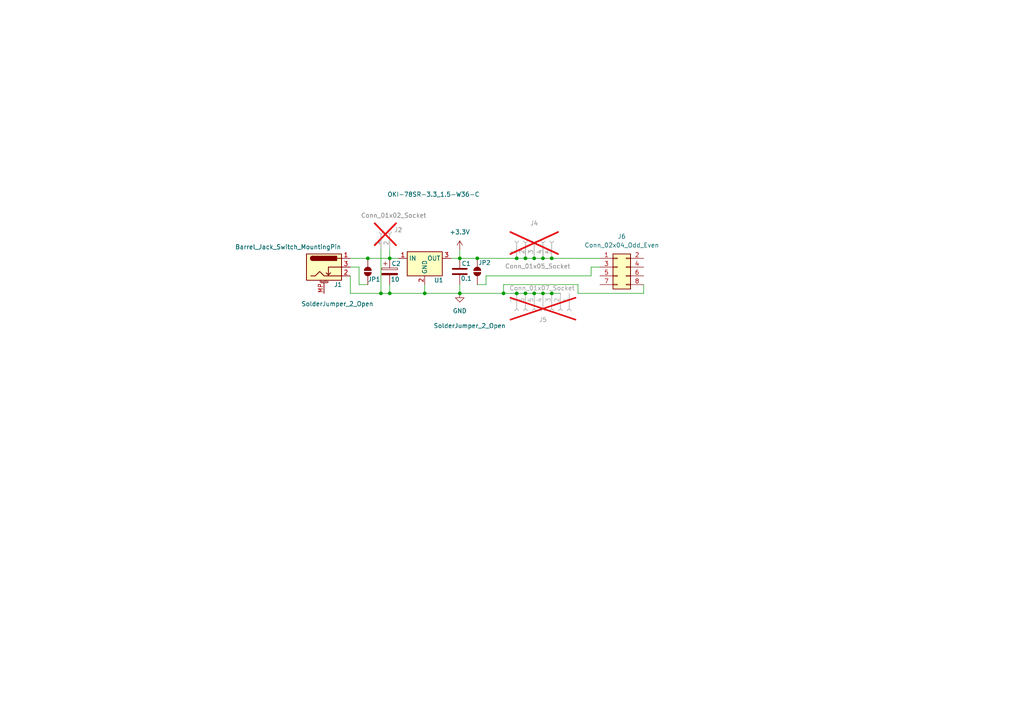
<source format=kicad_sch>
(kicad_sch (version 20231120) (generator "eeschema") (generator_version "8.0")
  (paper "A4")
  (lib_symbols
    (symbol "Connector:Barrel_Jack_Switch_MountingPin" (pin_names hide)
      (property "Reference" "J" (at 0 5.334 0))
      (property "Value" "Barrel_Jack_Switch_MountingPin" (at 1.27 -6.35 0))
      (symbol "Barrel_Jack_Switch_MountingPin_0_1"
        (rectangle (start -5.08 3.81) (end 5.08 -3.81) (stroke (width 0.254)) (fill (type background)))
        (arc (start -3.302 3.175) (mid -3.9343 2.54) (end -3.302 1.905) (stroke (width 0.254)))
        (arc (start -3.302 3.175) (mid -3.9343 2.54) (end -3.302 1.905) (stroke (width 0.254)) (fill (type outline)))
        (polyline (pts (xy 1.27 -2.286) (xy 1.905 -1.651)) (stroke (width 0.254)))
        (polyline (pts (xy 5.08 2.54) (xy 3.81 2.54)) (stroke (width 0.254)))
        (polyline (pts (xy 5.08 0) (xy 1.27 0) (xy 1.27 -2.286) (xy 0.635 -1.651)) (stroke (width 0.254)))
        (polyline (pts (xy -3.81 -2.54) (xy -2.54 -2.54) (xy -1.27 -1.27) (xy 0 -2.54) (xy 2.54 -2.54) (xy 5.08 -2.54)) (stroke (width 0.254)))
        (rectangle (start 3.683 3.175) (end -3.302 1.905) (stroke (width 0.254)) (fill (type outline)))
      )
      (symbol "Barrel_Jack_Switch_MountingPin_1_1"
        (polyline (pts (xy -1.016 -4.572) (xy 1.016 -4.572)) (stroke (width 0.1524)))
        (text "Mounting" (at 0 -4.191 0) (effects (font (size 0.381 0.381))))
        (pin passive line (at 7.62 2.54 180) (length 2.54) (name "~") (number "1"))
        (pin passive line (at 7.62 -2.54 180) (length 2.54) (name "~") (number "2"))
        (pin passive line (at 7.62 0 180) (length 2.54) (name "~") (number "3"))
        (pin passive line (at 0 -7.62 90) (length 3.048) (name "MountPin") (number "MP"))
      )
    )
    (symbol "Connector:Conn_01x02_Socket" (pin_names (offset 1.016) hide)
      (property "Reference" "J" (at 0 2.54 0))
      (property "Value" "Conn_01x02_Socket" (at 0 -5.08 0))
      (symbol "Conn_01x02_Socket_1_1"
        (arc (start 0 -2.032) (mid -0.5058 -2.54) (end 0 -3.048) (stroke (width 0.1524)))
        (polyline (pts (xy -1.27 -2.54) (xy -0.508 -2.54)) (stroke (width 0.1524)))
        (polyline (pts (xy -1.27 0) (xy -0.508 0)) (stroke (width 0.1524)))
        (arc (start 0 0.508) (mid -0.5058 0) (end 0 -0.508) (stroke (width 0.1524)))
        (pin passive line (at -5.08 0 0) (length 3.81) (name "Pin_1") (number "1"))
        (pin passive line (at -5.08 -2.54 0) (length 3.81) (name "Pin_2") (number "2"))
      )
    )
    (symbol "Connector:Conn_01x05_Socket" (pin_names (offset 1.016) hide)
      (property "Reference" "J" (at 0 7.62 0))
      (property "Value" "Conn_01x05_Socket" (at 0 -7.62 0))
      (symbol "Conn_01x05_Socket_1_1"
        (arc (start 0 -4.572) (mid -0.5058 -5.08) (end 0 -5.588) (stroke (width 0.1524)))
        (arc (start 0 -2.032) (mid -0.5058 -2.54) (end 0 -3.048) (stroke (width 0.1524)))
        (polyline (pts (xy -1.27 -5.08) (xy -0.508 -5.08)) (stroke (width 0.1524)))
        (polyline (pts (xy -1.27 -2.54) (xy -0.508 -2.54)) (stroke (width 0.1524)))
        (polyline (pts (xy -1.27 0) (xy -0.508 0)) (stroke (width 0.1524)))
        (polyline (pts (xy -1.27 2.54) (xy -0.508 2.54)) (stroke (width 0.1524)))
        (polyline (pts (xy -1.27 5.08) (xy -0.508 5.08)) (stroke (width 0.1524)))
        (arc (start 0 0.508) (mid -0.5058 0) (end 0 -0.508) (stroke (width 0.1524)))
        (arc (start 0 3.048) (mid -0.5058 2.54) (end 0 2.032) (stroke (width 0.1524)))
        (arc (start 0 5.588) (mid -0.5058 5.08) (end 0 4.572) (stroke (width 0.1524)))
        (pin passive line (at -5.08 5.08 0) (length 3.81) (name "Pin_1") (number "1"))
        (pin passive line (at -5.08 2.54 0) (length 3.81) (name "Pin_2") (number "2"))
        (pin passive line (at -5.08 0 0) (length 3.81) (name "Pin_3") (number "3"))
        (pin passive line (at -5.08 -2.54 0) (length 3.81) (name "Pin_4") (number "4"))
        (pin passive line (at -5.08 -5.08 0) (length 3.81) (name "Pin_5") (number "5"))
      )
    )
    (symbol "Connector:Conn_01x07_Socket" (pin_names (offset 1.016) hide)
      (property "Reference" "J" (at 0 10.16 0))
      (property "Value" "Conn_01x07_Socket" (at 0 -10.16 0))
      (symbol "Conn_01x07_Socket_1_1"
        (arc (start 0 -7.112) (mid -0.5058 -7.62) (end 0 -8.128) (stroke (width 0.1524)))
        (arc (start 0 -4.572) (mid -0.5058 -5.08) (end 0 -5.588) (stroke (width 0.1524)))
        (arc (start 0 -2.032) (mid -0.5058 -2.54) (end 0 -3.048) (stroke (width 0.1524)))
        (polyline (pts (xy -1.27 -7.62) (xy -0.508 -7.62)) (stroke (width 0.1524)))
        (polyline (pts (xy -1.27 -5.08) (xy -0.508 -5.08)) (stroke (width 0.1524)))
        (polyline (pts (xy -1.27 -2.54) (xy -0.508 -2.54)) (stroke (width 0.1524)))
        (polyline (pts (xy -1.27 0) (xy -0.508 0)) (stroke (width 0.1524)))
        (polyline (pts (xy -1.27 2.54) (xy -0.508 2.54)) (stroke (width 0.1524)))
        (polyline (pts (xy -1.27 5.08) (xy -0.508 5.08)) (stroke (width 0.1524)))
        (polyline (pts (xy -1.27 7.62) (xy -0.508 7.62)) (stroke (width 0.1524)))
        (arc (start 0 0.508) (mid -0.5058 0) (end 0 -0.508) (stroke (width 0.1524)))
        (arc (start 0 3.048) (mid -0.5058 2.54) (end 0 2.032) (stroke (width 0.1524)))
        (arc (start 0 5.588) (mid -0.5058 5.08) (end 0 4.572) (stroke (width 0.1524)))
        (arc (start 0 8.128) (mid -0.5058 7.62) (end 0 7.112) (stroke (width 0.1524)))
        (pin passive line (at -5.08 7.62 0) (length 3.81) (name "Pin_1") (number "1"))
        (pin passive line (at -5.08 5.08 0) (length 3.81) (name "Pin_2") (number "2"))
        (pin passive line (at -5.08 2.54 0) (length 3.81) (name "Pin_3") (number "3"))
        (pin passive line (at -5.08 0 0) (length 3.81) (name "Pin_4") (number "4"))
        (pin passive line (at -5.08 -2.54 0) (length 3.81) (name "Pin_5") (number "5"))
        (pin passive line (at -5.08 -5.08 0) (length 3.81) (name "Pin_6") (number "6"))
        (pin passive line (at -5.08 -7.62 0) (length 3.81) (name "Pin_7") (number "7"))
      )
    )
    (symbol "Connector_Generic:Conn_02x04_Odd_Even" (pin_names (offset 1.016) hide)
      (property "Reference" "J" (at 1.27 5.08 0))
      (property "Value" "Conn_02x04_Odd_Even" (at 1.27 -7.62 0))
      (symbol "Conn_02x04_Odd_Even_1_1"
        (rectangle (start -1.27 -4.953) (end 0 -5.207) (stroke (width 0.1524)))
        (rectangle (start -1.27 -2.413) (end 0 -2.667) (stroke (width 0.1524)))
        (rectangle (start -1.27 0.127) (end 0 -0.127) (stroke (width 0.1524)))
        (rectangle (start -1.27 2.667) (end 0 2.413) (stroke (width 0.1524)))
        (rectangle (start -1.27 3.81) (end 3.81 -6.35) (stroke (width 0.254)) (fill (type background)))
        (rectangle (start 3.81 -4.953) (end 2.54 -5.207) (stroke (width 0.1524)))
        (rectangle (start 3.81 -2.413) (end 2.54 -2.667) (stroke (width 0.1524)))
        (rectangle (start 3.81 0.127) (end 2.54 -0.127) (stroke (width 0.1524)))
        (rectangle (start 3.81 2.667) (end 2.54 2.413) (stroke (width 0.1524)))
        (pin passive line (at -5.08 2.54 0) (length 3.81) (name "Pin_1") (number "1"))
        (pin passive line (at 7.62 2.54 180) (length 3.81) (name "Pin_2") (number "2"))
        (pin passive line (at -5.08 0 0) (length 3.81) (name "Pin_3") (number "3"))
        (pin passive line (at 7.62 0 180) (length 3.81) (name "Pin_4") (number "4"))
        (pin passive line (at -5.08 -2.54 0) (length 3.81) (name "Pin_5") (number "5"))
        (pin passive line (at 7.62 -2.54 180) (length 3.81) (name "Pin_6") (number "6"))
        (pin passive line (at -5.08 -5.08 0) (length 3.81) (name "Pin_7") (number "7"))
        (pin passive line (at 7.62 -5.08 180) (length 3.81) (name "Pin_8") (number "8"))
      )
    )
    (symbol "Converter_DCDC:OKI-78SR-3.3_1.5-W36-C"
      (property "Reference" "U" (at -3.81 3.175 0))
      (property "Value" "OKI-78SR-3.3_1.5-W36-C" (at 0 3.175 0))
      (symbol "OKI-78SR-3.3_1.5-W36-C_0_1"
        (rectangle (start -5.08 1.905) (end 5.08 -5.08) (stroke (width 0.254)) (fill (type background)))
      )
      (symbol "OKI-78SR-3.3_1.5-W36-C_1_1"
        (pin power_in line (at -7.62 0 0) (length 2.54) (name "IN") (number "1"))
        (pin power_in line (at 0 -7.62 90) (length 2.54) (name "GND") (number "2"))
        (pin power_out line (at 7.62 0 180) (length 2.54) (name "OUT") (number "3"))
      )
    )
    (symbol "Device:C" (pin_numbers hide) (pin_names (offset 0.254))
      (property "Reference" "C" (at 0.635 2.54 0))
      (property "Value" "C" (at 0.635 -2.54 0))
      (symbol "C_0_1"
        (polyline (pts (xy -2.032 -0.762) (xy 2.032 -0.762)) (stroke (width 0.508)))
        (polyline (pts (xy -2.032 0.762) (xy 2.032 0.762)) (stroke (width 0.508)))
      )
      (symbol "C_1_1"
        (pin passive line (at 0 3.81 270) (length 2.794) (name "~") (number "1"))
        (pin passive line (at 0 -3.81 90) (length 2.794) (name "~") (number "2"))
      )
    )
    (symbol "Device:C_Polarized" (pin_numbers hide) (pin_names (offset 0.254))
      (property "Reference" "C" (at 0.635 2.54 0))
      (property "Value" "C_Polarized" (at 0.635 -2.54 0))
      (symbol "C_Polarized_0_1"
        (rectangle (start -2.286 0.508) (end 2.286 1.016))
        (polyline (pts (xy -1.778 2.286) (xy -0.762 2.286)))
        (polyline (pts (xy -1.27 2.794) (xy -1.27 1.778)))
        (rectangle (start 2.286 -0.508) (end -2.286 -1.016) (fill (type outline)))
      )
      (symbol "C_Polarized_1_1"
        (pin passive line (at 0 3.81 270) (length 2.794) (name "~") (number "1"))
        (pin passive line (at 0 -3.81 90) (length 2.794) (name "~") (number "2"))
      )
    )
    (symbol "Jumper:SolderJumper_2_Open" (pin_numbers hide) (pin_names (offset 0) hide) (exclude_from_sim yes) (in_bom no)
      (property "Reference" "JP" (at 0 2.032 0))
      (property "Value" "SolderJumper_2_Open" (at 0 -2.54 0))
      (symbol "SolderJumper_2_Open_0_1"
        (arc (start -0.254 1.016) (mid -1.2656 0) (end -0.254 -1.016))
        (arc (start -0.254 1.016) (mid -1.2656 0) (end -0.254 -1.016) (fill (type outline)))
        (polyline (pts (xy -0.254 1.016) (xy -0.254 -1.016)))
        (polyline (pts (xy 0.254 1.016) (xy 0.254 -1.016)))
        (arc (start 0.254 -1.016) (mid 1.2656 0) (end 0.254 1.016))
        (arc (start 0.254 -1.016) (mid 1.2656 0) (end 0.254 1.016) (fill (type outline)))
      )
      (symbol "SolderJumper_2_Open_1_1"
        (pin passive line (at -3.81 0 0) (length 2.54) (name "A") (number "1"))
        (pin passive line (at 3.81 0 180) (length 2.54) (name "B") (number "2"))
      )
    )
    (symbol "power:+3.3V" (power) (pin_numbers hide) (pin_names (offset 0) hide)
      (property "Value" "+3.3V" (at 0 3.556 0))
      (symbol "+3.3V_0_1"
        (polyline (pts (xy -0.762 1.27) (xy 0 2.54)))
        (polyline (pts (xy 0 0) (xy 0 2.54)))
        (polyline (pts (xy 0 2.54) (xy 0.762 1.27)))
      )
      (symbol "+3.3V_1_1"
        (pin power_in line (at 0 0 90) (length 0) (name "~") (number "1"))
      )
    )
    (symbol "power:GND" (power) (pin_numbers hide) (pin_names (offset 0) hide)
      (property "Value" "GND" (at 0 -3.81 0))
      (symbol "GND_0_1"
        (polyline (pts (xy 0 0) (xy 0 -1.27) (xy 1.27 -1.27) (xy 0 -2.54) (xy -1.27 -1.27) (xy 0 -1.27)))
      )
      (symbol "GND_1_1"
        (pin power_in line (at 0 0 270) (length 0) (name "~") (number "1"))
      )
    )
  )
  (junction (at 154.94 85.09))
  (junction (at 160.02 85.09))
  (junction (at 154.94 74.93))
  (junction (at 152.4 85.09))
  (junction (at 152.4 74.93))
  (junction (at 113.03 85.09))
  (junction (at 149.86 85.09))
  (junction (at 133.35 85.09))
  (junction (at 146.05 85.09))
  (junction (at 133.35 74.93))
  (junction (at 123.19 85.09))
  (junction (at 149.86 74.93))
  (junction (at 106.68 74.93))
  (junction (at 160.02 74.93))
  (junction (at 157.48 74.93))
  (junction (at 157.48 85.09))
  (junction (at 113.03 74.93))
  (junction (at 138.43 74.93))
  (junction (at 110.49 85.09))
  (wire (pts (xy 101.6 74.93) (xy 106.68 74.93)))
  (wire (pts (xy 123.19 85.09) (xy 123.19 82.55)))
  (wire (pts (xy 138.43 74.93) (xy 149.86 74.93)))
  (wire (pts (xy 186.69 82.55) (xy 186.69 85.09)))
  (wire (pts (xy 160.02 74.93) (xy 173.99 74.93)))
  (wire (pts (xy 133.35 74.93) (xy 138.43 74.93)))
  (wire (pts (xy 154.94 74.93) (xy 157.48 74.93)))
  (wire (pts (xy 113.03 72.39) (xy 113.03 74.93)))
  (wire (pts (xy 123.19 85.09) (xy 133.35 85.09)))
  (wire (pts (xy 160.02 85.09) (xy 162.56 85.09)))
  (wire (pts (xy 154.94 85.09) (xy 157.48 85.09)))
  (wire (pts (xy 104.14 82.55) (xy 106.68 82.55)))
  (wire (pts (xy 173.99 77.47) (xy 171.45 77.47)))
  (wire (pts (xy 101.6 80.01) (xy 101.6 85.09)))
  (wire (pts (xy 113.03 85.09) (xy 113.03 82.55)))
  (wire (pts (xy 157.48 85.09) (xy 160.02 85.09)))
  (wire (pts (xy 138.43 82.55) (xy 140.97 82.55)))
  (wire (pts (xy 186.69 85.09) (xy 167.64 85.09)))
  (wire (pts (xy 133.35 72.39) (xy 133.35 74.93)))
  (wire (pts (xy 171.45 77.47) (xy 171.45 80.01)))
  (wire (pts (xy 106.68 74.93) (xy 113.03 74.93)))
  (wire (pts (xy 101.6 85.09) (xy 110.49 85.09)))
  (wire (pts (xy 146.05 82.55) (xy 146.05 85.09)))
  (wire (pts (xy 149.86 74.93) (xy 152.4 74.93)))
  (wire (pts (xy 113.03 74.93) (xy 115.57 74.93)))
  (wire (pts (xy 140.97 82.55) (xy 140.97 80.01)))
  (wire (pts (xy 104.14 82.55) (xy 104.14 77.47)))
  (wire (pts (xy 133.35 85.09) (xy 146.05 85.09)))
  (wire (pts (xy 157.48 74.93) (xy 160.02 74.93)))
  (wire (pts (xy 140.97 80.01) (xy 171.45 80.01)))
  (wire (pts (xy 104.14 77.47) (xy 101.6 77.47)))
  (wire (pts (xy 130.81 74.93) (xy 133.35 74.93)))
  (wire (pts (xy 133.35 82.55) (xy 133.35 85.09)))
  (wire (pts (xy 167.64 85.09) (xy 167.64 82.55)))
  (wire (pts (xy 113.03 85.09) (xy 123.19 85.09)))
  (wire (pts (xy 149.86 85.09) (xy 152.4 85.09)))
  (wire (pts (xy 152.4 74.93) (xy 154.94 74.93)))
  (wire (pts (xy 110.49 85.09) (xy 113.03 85.09)))
  (wire (pts (xy 110.49 72.39) (xy 110.49 85.09)))
  (wire (pts (xy 146.05 82.55) (xy 167.64 82.55)))
  (wire (pts (xy 146.05 85.09) (xy 149.86 85.09)))
  (wire (pts (xy 152.4 85.09) (xy 154.94 85.09)))
  (symbol (lib_id "Jumper:SolderJumper_2_Open") (at 106.68 78.74 90) (unit 1) (exclude_from_sim yes) (in_bom no)
    (property "Reference" "JP1" (at 106.68 81.026 90) (effects (justify right)))
    (property "Value" "SolderJumper_2_Open" (at 87.376 88.138 90) (effects (justify right)))
    (property "Footprint" "Jumper:SolderJumper-2_P1.3mm_Open_Pad1.0x1.5mm" (effects (hide yes)))
    (property "Description" "Solder Jumper, 2-pole, open" (effects (hide yes)))
  )
  (symbol (lib_id "power:GND") (at 133.35 85.09 0) (unit 1)
    (property "Reference" "#PWR01" (effects (hide yes)))
    (property "Value" "GND" (at 133.35 90.17 0))
    (property "Description" "Power symbol creates a global label with name \"GND\" , ground" (effects (hide yes)))
  )
  (symbol (lib_id "Connector:Conn_01x05_Socket") (at 154.94 69.85 90) (unit 1) (dnp yes)
    (property "Reference" "J4" (at 154.94 64.77 90))
    (property "Value" "Conn_01x05_Socket" (at 155.956 77.216 90))
    (property "Footprint" "Connector_PinSocket_2.54mm:PinSocket_1x05_P2.54mm_Vertical" (effects (hide yes)))
    (property "Description" "Generic connector, single row, 01x05, script generated" (effects (hide yes)))
  )
  (symbol (lib_id "Connector:Conn_01x02_Socket") (at 110.49 67.31 90) (unit 1) (dnp yes)
    (property "Reference" "J2" (at 114.3 66.6749 90) (effects (justify right)))
    (property "Value" "Conn_01x02_Socket" (at 104.648 62.484 90) (effects (justify right)))
    (property "Footprint" "Connector_PinSocket_2.54mm:PinSocket_1x02_P2.54mm_Vertical" (effects (hide yes)))
    (property "Description" "Generic connector, single row, 01x02, script generated" (effects (hide yes)))
  )
  (symbol (lib_id "Connector:Conn_01x07_Socket") (at 157.48 90.17 270) (unit 1) (dnp yes)
    (property "Reference" "J5" (at 157.48 92.71 90))
    (property "Value" "Conn_01x07_Socket" (at 157.226 83.566 90))
    (property "Footprint" "Connector_PinSocket_2.54mm:PinSocket_1x07_P2.54mm_Vertical" (effects (hide yes)))
    (property "Description" "Generic connector, single row, 01x07, script generated" (effects (hide yes)))
  )
  (symbol (lib_id "Jumper:SolderJumper_2_Open") (at 138.43 78.74 90) (unit 1) (exclude_from_sim yes) (in_bom no)
    (property "Reference" "JP2" (at 138.684 76.2 90) (effects (justify right)))
    (property "Value" "SolderJumper_2_Open" (at 125.73 94.488 90) (effects (justify right)))
    (property "Footprint" "Jumper:SolderJumper-2_P1.3mm_Open_Pad1.0x1.5mm" (effects (hide yes)))
    (property "Description" "Solder Jumper, 2-pole, open" (effects (hide yes)))
  )
  (symbol (lib_id "Device:C") (at 133.35 78.74 0) (unit 1)
    (property "Reference" "C1" (at 133.858 76.454 0) (effects (justify left)))
    (property "Value" "0.1" (at 133.604 80.772 0) (effects (justify left)))
    (property "Footprint" "Capacitor_THT:C_Disc_D4.7mm_W2.5mm_P5.00mm" (effects (hide yes)))
    (property "Description" "Unpolarized capacitor" (effects (hide yes)))
  )
  (symbol (lib_id "Converter_DCDC:OKI-78SR-3.3_1.5-W36-C") (at 123.19 74.93 0) (unit 1)
    (property "Reference" "U1" (at 127.254 81.28 0))
    (property "Value" "OKI-78SR-3.3_1.5-W36-C" (at 125.73 56.388 0))
    (property "Footprint" "Converter_DCDC:Converter_DCDC_Murata_OKI-78SR_Vertical" (effects (hide yes)))
    (property "Datasheet" "https://power.murata.com/data/power/oki-78sr.pdf" (effects (hide yes)))
    (property "Description" "1.5A Step-Down DC/DC-Regulator, 7-36V input, 3.3V fixed Output Voltage, LM78xx replacement, -40°C to +85°C, OKI-78SR_Vertical" (effects (hide yes)))
  )
  (symbol (lib_id "power:+3.3V") (at 133.35 72.39 0) (unit 1)
    (property "Reference" "#PWR02" (effects (hide yes)))
    (property "Value" "+3.3V" (at 133.35 67.31 0))
    (property "Description" "Power symbol creates a global label with name \"+3.3V\"" (effects (hide yes)))
  )
  (symbol (lib_id "Connector_Generic:Conn_02x04_Odd_Even") (at 179.07 77.47 0) (unit 1)
    (property "Reference" "J6" (at 180.34 68.58 0))
    (property "Value" "Conn_02x04_Odd_Even" (at 180.34 71.12 0))
    (property "Footprint" "Connector_IDC:IDC-Header_2x04_P2.54mm_Vertical" (effects (hide yes)))
    (property "Description" "Generic connector, double row, 02x04, odd/even pin numbering scheme (row 1 odd numbers, row 2 even numbers), script generated (kicad-library-utils/schlib/autogen/connector/)" (effects (hide yes)))
  )
  (symbol (lib_id "Connector:Barrel_Jack_Switch_MountingPin") (at 93.98 77.47 0) (unit 1)
    (property "Reference" "J1" (at 98.044 82.55 0))
    (property "Value" "Barrel_Jack_Switch_MountingPin" (at 83.566 71.628 0))
    (property "Footprint" "Connector_BarrelJack:BarrelJack_Wuerth_6941xx301002" (effects (hide yes)))
    (property "Description" "DC Barrel Jack with an internal switch and a mounting pin" (effects (hide yes)))
  )
  (symbol (lib_id "Device:C_Polarized") (at 113.03 78.74 0) (unit 1)
    (property "Reference" "C2" (at 113.538 76.454 0) (effects (justify left)))
    (property "Value" "10" (at 113.284 81.026 0) (effects (justify left)))
    (property "Footprint" "Capacitor_THT:CP_Radial_D4.0mm_P1.50mm" (effects (hide yes)))
    (property "Description" "Polarized capacitor" (effects (hide yes)))
  )
)
</source>
